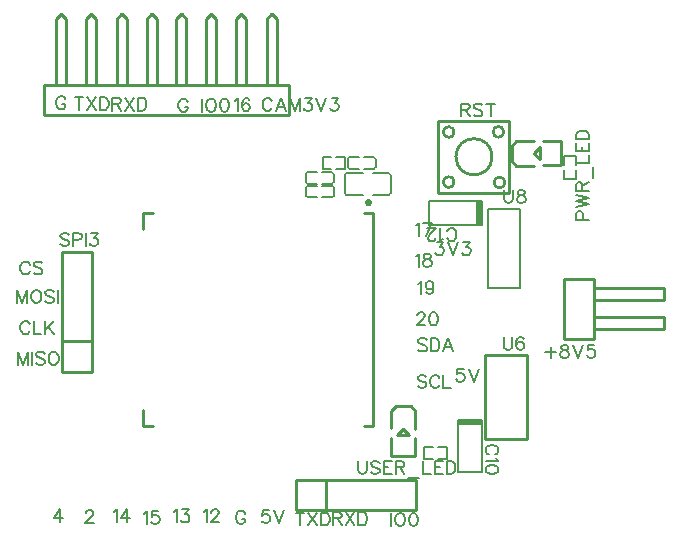
<source format=gto>
G04 Layer: TopSilkscreenLayer*
G04 EasyEDA v6.5.44, 2024-09-01 12:15:54*
G04 62699ee94d054cea995aae1e18215b50,9332716679504667801b7cb99b0421ba,10*
G04 Gerber Generator version 0.2*
G04 Scale: 100 percent, Rotated: No, Reflected: No *
G04 Dimensions in inches *
G04 leading zeros omitted , absolute positions ,3 integer and 6 decimal *
%FSLAX36Y36*%
%MOIN*%

%ADD10C,0.0080*%
%ADD11C,0.0060*%
%ADD12C,0.0060*%
%ADD13C,0.0100*%

%LPD*%
D10*
X2555699Y2818600D02*
G01*
X2555699Y2775599D01*
X2555699Y2818600D02*
G01*
X2574099Y2818600D01*
X2580200Y2816500D01*
X2582200Y2814499D01*
X2584300Y2810399D01*
X2584300Y2806300D01*
X2582200Y2802199D01*
X2580200Y2800100D01*
X2574099Y2798099D01*
X2555699Y2798099D01*
X2570000Y2798099D02*
G01*
X2584300Y2775599D01*
X2626400Y2812399D02*
G01*
X2622299Y2816500D01*
X2616199Y2818600D01*
X2608000Y2818600D01*
X2601899Y2816500D01*
X2597799Y2812399D01*
X2597799Y2808299D01*
X2599799Y2804200D01*
X2601899Y2802199D01*
X2606000Y2800100D01*
X2618199Y2796100D01*
X2622299Y2794000D01*
X2624399Y2791999D01*
X2626400Y2787899D01*
X2626400Y2781700D01*
X2622299Y2777600D01*
X2616199Y2775599D01*
X2608000Y2775599D01*
X2601899Y2777600D01*
X2597799Y2781700D01*
X2654200Y2818600D02*
G01*
X2654200Y2775599D01*
X2639899Y2818600D02*
G01*
X2668599Y2818600D01*
X2939252Y2431801D02*
G01*
X2982253Y2431801D01*
X2939252Y2431801D02*
G01*
X2939252Y2450201D01*
X2941352Y2456300D01*
X2943352Y2458400D01*
X2947452Y2460401D01*
X2953553Y2460401D01*
X2957653Y2458400D01*
X2959753Y2456300D01*
X2961752Y2450201D01*
X2961752Y2431801D01*
X2939252Y2473901D02*
G01*
X2982253Y2484101D01*
X2939252Y2494400D02*
G01*
X2982253Y2484101D01*
X2939252Y2494400D02*
G01*
X2982253Y2504600D01*
X2939252Y2514801D02*
G01*
X2982253Y2504600D01*
X2939252Y2528301D02*
G01*
X2982253Y2528301D01*
X2939252Y2528301D02*
G01*
X2939252Y2546700D01*
X2941352Y2552901D01*
X2943352Y2554901D01*
X2947452Y2557001D01*
X2951553Y2557001D01*
X2955653Y2554901D01*
X2957653Y2552901D01*
X2959753Y2546700D01*
X2959753Y2528301D01*
X2959753Y2542600D02*
G01*
X2982253Y2557001D01*
X2996553Y2570500D02*
G01*
X2996553Y2607301D01*
X2939252Y2620801D02*
G01*
X2982253Y2620801D01*
X2982253Y2620801D02*
G01*
X2982253Y2645300D01*
X2939252Y2658800D02*
G01*
X2982253Y2658800D01*
X2939252Y2658800D02*
G01*
X2939252Y2685401D01*
X2959753Y2658800D02*
G01*
X2959753Y2675201D01*
X2982253Y2658800D02*
G01*
X2982253Y2685401D01*
X2939252Y2698901D02*
G01*
X2982253Y2698901D01*
X2939252Y2698901D02*
G01*
X2939252Y2713200D01*
X2941352Y2719400D01*
X2945452Y2723501D01*
X2949453Y2725500D01*
X2955653Y2727501D01*
X2965852Y2727501D01*
X2971953Y2725500D01*
X2976053Y2723501D01*
X2980153Y2719400D01*
X2982253Y2713200D01*
X2982253Y2698901D01*
X2213366Y1626367D02*
G01*
X2213366Y1595767D01*
X2215366Y1589567D01*
X2219467Y1585466D01*
X2225567Y1583467D01*
X2229666Y1583467D01*
X2235866Y1585466D01*
X2239966Y1589567D01*
X2241967Y1595767D01*
X2241967Y1626367D01*
X2284066Y1620266D02*
G01*
X2279966Y1624367D01*
X2273867Y1626367D01*
X2265667Y1626367D01*
X2259566Y1624367D01*
X2255466Y1620266D01*
X2255466Y1616167D01*
X2257466Y1612067D01*
X2259566Y1610066D01*
X2263666Y1607966D01*
X2275967Y1603867D01*
X2279966Y1601867D01*
X2282066Y1599866D01*
X2284066Y1595767D01*
X2284066Y1589567D01*
X2279966Y1585466D01*
X2273867Y1583467D01*
X2265667Y1583467D01*
X2259566Y1585466D01*
X2255466Y1589567D01*
X2297566Y1626367D02*
G01*
X2297566Y1583467D01*
X2297566Y1626367D02*
G01*
X2324166Y1626367D01*
X2297566Y1605967D02*
G01*
X2313967Y1605967D01*
X2297566Y1583467D02*
G01*
X2324166Y1583467D01*
X2337667Y1626367D02*
G01*
X2337667Y1583467D01*
X2337667Y1626367D02*
G01*
X2356067Y1626367D01*
X2362267Y1624367D01*
X2364267Y1622366D01*
X2366367Y1618267D01*
X2366367Y1614167D01*
X2364267Y1610066D01*
X2362267Y1607966D01*
X2356067Y1605967D01*
X2337667Y1605967D01*
X2351967Y1605967D02*
G01*
X2366367Y1583467D01*
X2379867Y1569167D02*
G01*
X2416666Y1569167D01*
X2430167Y1626367D02*
G01*
X2430167Y1583467D01*
X2430167Y1583467D02*
G01*
X2454666Y1583467D01*
X2468167Y1626367D02*
G01*
X2468167Y1583467D01*
X2468167Y1626367D02*
G01*
X2494767Y1626367D01*
X2468167Y1605967D02*
G01*
X2484566Y1605967D01*
X2468167Y1583467D02*
G01*
X2494767Y1583467D01*
X2508266Y1626367D02*
G01*
X2508266Y1583467D01*
X2508266Y1626367D02*
G01*
X2522566Y1626367D01*
X2528766Y1624367D01*
X2532866Y1620266D01*
X2534867Y1616167D01*
X2536967Y1610066D01*
X2536967Y1599866D01*
X2534867Y1593667D01*
X2532866Y1589567D01*
X2528766Y1585466D01*
X2522566Y1583467D01*
X2508266Y1583467D01*
X1915970Y1463314D02*
G01*
X1895470Y1463314D01*
X1893470Y1444814D01*
X1895470Y1446914D01*
X1901670Y1448913D01*
X1907771Y1448913D01*
X1913971Y1446914D01*
X1917970Y1442813D01*
X1920070Y1436714D01*
X1920070Y1432613D01*
X1917970Y1426413D01*
X1913971Y1422314D01*
X1907771Y1420313D01*
X1901670Y1420313D01*
X1895470Y1422314D01*
X1893470Y1424414D01*
X1891471Y1428514D01*
X1933571Y1463314D02*
G01*
X1949970Y1420313D01*
X1966270Y1463314D02*
G01*
X1949970Y1420313D01*
X1836441Y1450942D02*
G01*
X1834341Y1454942D01*
X1830241Y1459041D01*
X1826141Y1461141D01*
X1817942Y1461141D01*
X1813941Y1459041D01*
X1809841Y1454942D01*
X1807741Y1450942D01*
X1805742Y1444742D01*
X1805742Y1434542D01*
X1807741Y1428442D01*
X1809841Y1424342D01*
X1813941Y1420241D01*
X1817942Y1418141D01*
X1826141Y1418141D01*
X1830241Y1420241D01*
X1834341Y1424342D01*
X1836441Y1428442D01*
X1836441Y1434542D01*
X1826141Y1434542D02*
G01*
X1836441Y1434542D01*
X1697827Y1457258D02*
G01*
X1701927Y1459257D01*
X1708127Y1465457D01*
X1708127Y1422458D01*
X1723627Y1455158D02*
G01*
X1723627Y1457258D01*
X1725627Y1461358D01*
X1727727Y1463357D01*
X1731827Y1465457D01*
X1740028Y1465457D01*
X1744128Y1463357D01*
X1746127Y1461358D01*
X1748127Y1457258D01*
X1748127Y1453157D01*
X1746127Y1449058D01*
X1742028Y1442957D01*
X1721628Y1422458D01*
X1750227Y1422458D01*
X1597899Y1457199D02*
G01*
X1601899Y1459299D01*
X1608100Y1465399D01*
X1608100Y1422500D01*
X1625699Y1465399D02*
G01*
X1648199Y1465399D01*
X1635900Y1449000D01*
X1641999Y1449000D01*
X1646099Y1446999D01*
X1648199Y1445000D01*
X1650200Y1438800D01*
X1650200Y1434699D01*
X1648199Y1428600D01*
X1644099Y1424499D01*
X1637899Y1422500D01*
X1631800Y1422500D01*
X1625699Y1424499D01*
X1623599Y1426500D01*
X1621599Y1430599D01*
X1398599Y1457199D02*
G01*
X1402700Y1459299D01*
X1408800Y1465399D01*
X1408800Y1422500D01*
X1442799Y1465399D02*
G01*
X1422299Y1436799D01*
X1453000Y1436799D01*
X1442799Y1465399D02*
G01*
X1442799Y1422500D01*
X1498599Y1451500D02*
G01*
X1502700Y1453600D01*
X1508800Y1459699D01*
X1508800Y1416700D01*
X1546800Y1459699D02*
G01*
X1526400Y1459699D01*
X1524300Y1441300D01*
X1526400Y1443299D01*
X1532500Y1445399D01*
X1538699Y1445399D01*
X1544799Y1443299D01*
X1548900Y1439200D01*
X1550900Y1433099D01*
X1550900Y1429000D01*
X1548900Y1422899D01*
X1544799Y1418800D01*
X1538699Y1416700D01*
X1532500Y1416700D01*
X1526400Y1418800D01*
X1524300Y1420799D01*
X1522299Y1424899D01*
X1304899Y1452300D02*
G01*
X1304899Y1454400D01*
X1306899Y1458499D01*
X1308999Y1460500D01*
X1313100Y1462600D01*
X1321300Y1462600D01*
X1325399Y1460500D01*
X1327399Y1458499D01*
X1329399Y1454400D01*
X1329399Y1450300D01*
X1327399Y1446199D01*
X1323299Y1440100D01*
X1302899Y1419600D01*
X1331499Y1419600D01*
X1218299Y1466100D02*
G01*
X1197899Y1437500D01*
X1228500Y1437500D01*
X1218299Y1466100D02*
G01*
X1218299Y1423200D01*
X2018800Y1454899D02*
G01*
X2018800Y1411999D01*
X2004499Y1454899D02*
G01*
X2033100Y1454899D01*
X2046599Y1454899D02*
G01*
X2075299Y1411999D01*
X2075299Y1454899D02*
G01*
X2046599Y1411999D01*
X2088800Y1454899D02*
G01*
X2088800Y1411999D01*
X2088800Y1454899D02*
G01*
X2103100Y1454899D01*
X2109200Y1452899D01*
X2113299Y1448800D01*
X2115399Y1444699D01*
X2117399Y1438499D01*
X2117399Y1428299D01*
X2115399Y1422199D01*
X2113299Y1418099D01*
X2109200Y1414000D01*
X2103100Y1411999D01*
X2088800Y1411999D01*
X2129499Y1455900D02*
G01*
X2129499Y1413000D01*
X2129499Y1455900D02*
G01*
X2147899Y1455900D01*
X2153999Y1453899D01*
X2156099Y1451799D01*
X2158100Y1447699D01*
X2158100Y1443600D01*
X2156099Y1439499D01*
X2153999Y1437500D01*
X2147899Y1435500D01*
X2129499Y1435500D01*
X2143800Y1435500D02*
G01*
X2158100Y1413000D01*
X2171599Y1455900D02*
G01*
X2200299Y1413000D01*
X2200299Y1455900D02*
G01*
X2171599Y1413000D01*
X2213800Y1455900D02*
G01*
X2213800Y1413000D01*
X2213800Y1455900D02*
G01*
X2228100Y1455900D01*
X2234200Y1453899D01*
X2238299Y1449800D01*
X2240399Y1445700D01*
X2242399Y1439499D01*
X2242399Y1429299D01*
X2240399Y1423200D01*
X2238299Y1419099D01*
X2234200Y1415000D01*
X2228100Y1413000D01*
X2213800Y1413000D01*
X2323000Y1453400D02*
G01*
X2323000Y1410500D01*
X2348800Y1453400D02*
G01*
X2344700Y1451399D01*
X2340600Y1447300D01*
X2338500Y1443200D01*
X2336499Y1436999D01*
X2336499Y1426799D01*
X2338500Y1420700D01*
X2340600Y1416599D01*
X2344700Y1412500D01*
X2348800Y1410500D01*
X2356999Y1410500D01*
X2361000Y1412500D01*
X2365100Y1416599D01*
X2367200Y1420700D01*
X2369200Y1426799D01*
X2369200Y1436999D01*
X2367200Y1443200D01*
X2365100Y1447300D01*
X2361000Y1451399D01*
X2356999Y1453400D01*
X2348800Y1453400D01*
X2395000Y1453400D02*
G01*
X2388900Y1451399D01*
X2384799Y1445199D01*
X2382700Y1435000D01*
X2382700Y1428899D01*
X2384799Y1418600D01*
X2388900Y1412500D01*
X2395000Y1410500D01*
X2399099Y1410500D01*
X2405200Y1412500D01*
X2409300Y1418600D01*
X2411400Y1428899D01*
X2411400Y1435000D01*
X2409300Y1445199D01*
X2405200Y1451399D01*
X2399099Y1453400D01*
X2395000Y1453400D01*
X1282251Y2838780D02*
G01*
X1282251Y2795880D01*
X1267951Y2838780D02*
G01*
X1296552Y2838780D01*
X1310051Y2838780D02*
G01*
X1338752Y2795880D01*
X1338752Y2838780D02*
G01*
X1310051Y2795880D01*
X1352251Y2838780D02*
G01*
X1352251Y2795880D01*
X1352251Y2838780D02*
G01*
X1366552Y2838780D01*
X1372651Y2836781D01*
X1376751Y2832680D01*
X1378851Y2828580D01*
X1380852Y2822381D01*
X1380852Y2812181D01*
X1378851Y2806080D01*
X1376751Y2801981D01*
X1372651Y2797881D01*
X1366552Y2795880D01*
X1352251Y2795880D01*
X1393446Y2838148D02*
G01*
X1393446Y2795248D01*
X1393446Y2838148D02*
G01*
X1411846Y2838148D01*
X1418046Y2836147D01*
X1420047Y2834047D01*
X1422147Y2829947D01*
X1422147Y2825947D01*
X1420047Y2821848D01*
X1418046Y2819747D01*
X1411846Y2817748D01*
X1393446Y2817748D01*
X1407746Y2817748D02*
G01*
X1422147Y2795248D01*
X1435646Y2838148D02*
G01*
X1464246Y2795248D01*
X1464246Y2838148D02*
G01*
X1435646Y2795248D01*
X1477746Y2838148D02*
G01*
X1477746Y2795248D01*
X1477746Y2838148D02*
G01*
X1492047Y2838148D01*
X1498247Y2836147D01*
X1502246Y2832048D01*
X1504346Y2827948D01*
X1506346Y2821848D01*
X1506346Y2811547D01*
X1504346Y2805448D01*
X1502246Y2801347D01*
X1498247Y2797247D01*
X1492047Y2795248D01*
X1477746Y2795248D01*
X1644615Y2824513D02*
G01*
X1642515Y2828514D01*
X1638514Y2832613D01*
X1634414Y2834713D01*
X1626215Y2834713D01*
X1622115Y2832613D01*
X1618014Y2828514D01*
X1616014Y2824513D01*
X1613914Y2818314D01*
X1613914Y2808114D01*
X1616014Y2802013D01*
X1618014Y2797914D01*
X1622115Y2793814D01*
X1626215Y2791714D01*
X1634414Y2791714D01*
X1638514Y2793814D01*
X1642515Y2797914D01*
X1644615Y2802013D01*
X1644615Y2808114D01*
X1634414Y2808114D02*
G01*
X1644615Y2808114D01*
X1692815Y2834686D02*
G01*
X1692815Y2791786D01*
X1718614Y2834686D02*
G01*
X1714515Y2832685D01*
X1710415Y2828586D01*
X1708415Y2824486D01*
X1706315Y2818285D01*
X1706315Y2808085D01*
X1708415Y2801986D01*
X1710415Y2797885D01*
X1714515Y2793786D01*
X1718614Y2791786D01*
X1726814Y2791786D01*
X1730915Y2793786D01*
X1735015Y2797885D01*
X1737015Y2801986D01*
X1739115Y2808085D01*
X1739115Y2818285D01*
X1737015Y2824486D01*
X1735015Y2828586D01*
X1730915Y2832685D01*
X1726814Y2834686D01*
X1718614Y2834686D01*
X1764814Y2834686D02*
G01*
X1758715Y2832685D01*
X1754615Y2826486D01*
X1752614Y2816286D01*
X1752614Y2810185D01*
X1754615Y2799886D01*
X1758715Y2793786D01*
X1764814Y2791786D01*
X1768914Y2791786D01*
X1775114Y2793786D01*
X1779215Y2799886D01*
X1781215Y2810185D01*
X1781215Y2816286D01*
X1779215Y2826486D01*
X1775114Y2832685D01*
X1768914Y2834686D01*
X1764814Y2834686D01*
X1802156Y2827228D02*
G01*
X1806256Y2829227D01*
X1812357Y2835428D01*
X1812357Y2792428D01*
X1850456Y2829227D02*
G01*
X1848356Y2833328D01*
X1842256Y2835428D01*
X1838157Y2835428D01*
X1831957Y2833328D01*
X1827956Y2827228D01*
X1825856Y2817028D01*
X1825856Y2806727D01*
X1827956Y2798627D01*
X1831957Y2794528D01*
X1838157Y2792428D01*
X1840156Y2792428D01*
X1846356Y2794528D01*
X1850456Y2798627D01*
X1852457Y2804728D01*
X1852457Y2806727D01*
X1850456Y2812928D01*
X1846356Y2817028D01*
X1840156Y2819027D01*
X1838157Y2819027D01*
X1831957Y2817028D01*
X1827956Y2812928D01*
X1825856Y2806727D01*
X1925671Y2826657D02*
G01*
X1923671Y2830657D01*
X1919570Y2834756D01*
X1915470Y2836857D01*
X1907271Y2836857D01*
X1903171Y2834756D01*
X1899071Y2830657D01*
X1897070Y2826657D01*
X1894970Y2820457D01*
X1894970Y2810257D01*
X1897070Y2804157D01*
X1899071Y2800057D01*
X1903171Y2795956D01*
X1907271Y2793856D01*
X1915470Y2793856D01*
X1919570Y2795956D01*
X1923671Y2800057D01*
X1925671Y2804157D01*
X1955571Y2836857D02*
G01*
X1939170Y2793856D01*
X1955571Y2836857D02*
G01*
X1971871Y2793856D01*
X1945271Y2808157D02*
G01*
X1965771Y2808157D01*
X1985370Y2836857D02*
G01*
X1985370Y2793856D01*
X1985370Y2836857D02*
G01*
X2001770Y2793856D01*
X2018171Y2836857D02*
G01*
X2001770Y2793856D01*
X2018171Y2836857D02*
G01*
X2018171Y2793856D01*
X2035771Y2836857D02*
G01*
X2058271Y2836857D01*
X2045970Y2820457D01*
X2052070Y2820457D01*
X2056171Y2818456D01*
X2058271Y2816356D01*
X2060271Y2810257D01*
X2060271Y2806156D01*
X2058271Y2800057D01*
X2054170Y2795956D01*
X2047970Y2793856D01*
X2041871Y2793856D01*
X2035771Y2795956D01*
X2033671Y2797957D01*
X2031670Y2802057D01*
X2073770Y2836857D02*
G01*
X2090171Y2793856D01*
X2106471Y2836857D02*
G01*
X2090171Y2793856D01*
X2124071Y2836857D02*
G01*
X2146571Y2836857D01*
X2134270Y2820457D01*
X2140470Y2820457D01*
X2144570Y2818456D01*
X2146571Y2816356D01*
X2148671Y2810257D01*
X2148671Y2806156D01*
X2146571Y2800057D01*
X2142470Y2795956D01*
X2136370Y2793856D01*
X2130271Y2793856D01*
X2124071Y2795956D01*
X2122070Y2797957D01*
X2119970Y2802057D01*
X1237187Y2832228D02*
G01*
X1235087Y2836228D01*
X1231086Y2840327D01*
X1226986Y2842428D01*
X1218787Y2842428D01*
X1214687Y2840327D01*
X1210586Y2836228D01*
X1208586Y2832228D01*
X1206486Y2826028D01*
X1206486Y2815828D01*
X1208586Y2809728D01*
X1210586Y2805628D01*
X1214687Y2801527D01*
X1218787Y2799427D01*
X1226986Y2799427D01*
X1231086Y2801527D01*
X1235087Y2805628D01*
X1237187Y2809728D01*
X1237187Y2815828D01*
X1226986Y2815828D02*
G01*
X1237187Y2815828D01*
X1248657Y2380743D02*
G01*
X1244557Y2384742D01*
X1238456Y2386842D01*
X1230257Y2386842D01*
X1224057Y2384742D01*
X1219957Y2380743D01*
X1219957Y2376642D01*
X1222057Y2372543D01*
X1224057Y2370443D01*
X1228157Y2368443D01*
X1240456Y2364342D01*
X1244557Y2362242D01*
X1246557Y2360243D01*
X1248657Y2356143D01*
X1248657Y2350043D01*
X1244557Y2345943D01*
X1238456Y2343843D01*
X1230257Y2343843D01*
X1224057Y2345943D01*
X1219957Y2350043D01*
X1262156Y2386842D02*
G01*
X1262156Y2343843D01*
X1262156Y2386842D02*
G01*
X1280556Y2386842D01*
X1286656Y2384742D01*
X1288756Y2382743D01*
X1290757Y2378643D01*
X1290757Y2372543D01*
X1288756Y2368443D01*
X1286656Y2366343D01*
X1280556Y2364342D01*
X1262156Y2364342D01*
X1304256Y2386842D02*
G01*
X1304256Y2343843D01*
X1321857Y2386842D02*
G01*
X1344357Y2386842D01*
X1332057Y2370443D01*
X1338257Y2370443D01*
X1342357Y2368443D01*
X1344357Y2366343D01*
X1346457Y2360243D01*
X1346457Y2356143D01*
X1344357Y2350043D01*
X1340257Y2345943D01*
X1334156Y2343843D01*
X1327956Y2343843D01*
X1321857Y2345943D01*
X1319857Y2347943D01*
X1317757Y2352042D01*
X1117799Y2281599D02*
G01*
X1115799Y2285700D01*
X1111700Y2289800D01*
X1107600Y2291799D01*
X1099399Y2291799D01*
X1095299Y2289800D01*
X1091199Y2285700D01*
X1089200Y2281599D01*
X1087100Y2275500D01*
X1087100Y2265200D01*
X1089200Y2259099D01*
X1091199Y2255000D01*
X1095299Y2250900D01*
X1099399Y2248899D01*
X1107600Y2248899D01*
X1111700Y2250900D01*
X1115799Y2255000D01*
X1117799Y2259099D01*
X1160000Y2285700D02*
G01*
X1155900Y2289800D01*
X1149700Y2291799D01*
X1141599Y2291799D01*
X1135399Y2289800D01*
X1131300Y2285700D01*
X1131300Y2281599D01*
X1133400Y2277500D01*
X1135399Y2275500D01*
X1139499Y2273400D01*
X1151800Y2269299D01*
X1155900Y2267300D01*
X1157899Y2265200D01*
X1160000Y2261199D01*
X1160000Y2255000D01*
X1155900Y2250900D01*
X1149700Y2248899D01*
X1141599Y2248899D01*
X1135399Y2250900D01*
X1131300Y2255000D01*
X1077200Y2196500D02*
G01*
X1077200Y2153499D01*
X1077200Y2196500D02*
G01*
X1093599Y2153499D01*
X1109899Y2196500D02*
G01*
X1093599Y2153499D01*
X1109899Y2196500D02*
G01*
X1109899Y2153499D01*
X1135699Y2196500D02*
G01*
X1131599Y2194400D01*
X1127500Y2190300D01*
X1125500Y2186300D01*
X1123400Y2180100D01*
X1123400Y2169899D01*
X1125500Y2163800D01*
X1127500Y2159699D01*
X1131599Y2155599D01*
X1135699Y2153499D01*
X1143900Y2153499D01*
X1148000Y2155599D01*
X1152100Y2159699D01*
X1154099Y2163800D01*
X1156199Y2169899D01*
X1156199Y2180100D01*
X1154099Y2186300D01*
X1152100Y2190300D01*
X1148000Y2194400D01*
X1143900Y2196500D01*
X1135699Y2196500D01*
X1198299Y2190300D02*
G01*
X1194200Y2194400D01*
X1188100Y2196500D01*
X1179899Y2196500D01*
X1173800Y2194400D01*
X1169700Y2190300D01*
X1169700Y2186300D01*
X1171700Y2182199D01*
X1173800Y2180100D01*
X1177899Y2178099D01*
X1190100Y2174000D01*
X1194200Y2171900D01*
X1196300Y2169899D01*
X1198299Y2165799D01*
X1198299Y2159699D01*
X1194200Y2155599D01*
X1188100Y2153499D01*
X1179899Y2153499D01*
X1173800Y2155599D01*
X1169700Y2159699D01*
X1211800Y2196500D02*
G01*
X1211800Y2153499D01*
X1117799Y2082300D02*
G01*
X1115799Y2086399D01*
X1111700Y2090500D01*
X1107600Y2092600D01*
X1099399Y2092600D01*
X1095299Y2090500D01*
X1091199Y2086399D01*
X1089200Y2082300D01*
X1087100Y2076199D01*
X1087100Y2065999D01*
X1089200Y2059800D01*
X1091199Y2055700D01*
X1095299Y2051599D01*
X1099399Y2049600D01*
X1107600Y2049600D01*
X1111700Y2051599D01*
X1115799Y2055700D01*
X1117799Y2059800D01*
X1131300Y2092600D02*
G01*
X1131300Y2049600D01*
X1131300Y2049600D02*
G01*
X1155900Y2049600D01*
X1169399Y2092600D02*
G01*
X1169399Y2049600D01*
X1198000Y2092600D02*
G01*
X1169399Y2063899D01*
X1179600Y2074099D02*
G01*
X1198000Y2049600D01*
X1079700Y1990700D02*
G01*
X1079700Y1947800D01*
X1079700Y1990700D02*
G01*
X1096000Y1947800D01*
X1112399Y1990700D02*
G01*
X1096000Y1947800D01*
X1112399Y1990700D02*
G01*
X1112399Y1947800D01*
X1125900Y1990700D02*
G01*
X1125900Y1947800D01*
X1168000Y1984600D02*
G01*
X1163900Y1988699D01*
X1157799Y1990700D01*
X1149600Y1990700D01*
X1143500Y1988699D01*
X1139399Y1984600D01*
X1139399Y1980500D01*
X1141400Y1976399D01*
X1143500Y1974400D01*
X1147600Y1972300D01*
X1159799Y1968200D01*
X1163900Y1966199D01*
X1166000Y1964200D01*
X1168000Y1960100D01*
X1168000Y1953899D01*
X1163900Y1949800D01*
X1157799Y1947800D01*
X1149600Y1947800D01*
X1143500Y1949800D01*
X1139399Y1953899D01*
X1193800Y1990700D02*
G01*
X1189700Y1988699D01*
X1185600Y1984600D01*
X1183599Y1980500D01*
X1181499Y1974400D01*
X1181499Y1964200D01*
X1183599Y1958000D01*
X1185600Y1953899D01*
X1189700Y1949800D01*
X1193800Y1947800D01*
X1201999Y1947800D01*
X1206099Y1949800D01*
X1210200Y1953899D01*
X1212200Y1958000D01*
X1214300Y1964200D01*
X1214300Y1974400D01*
X1212200Y1980500D01*
X1210200Y1984600D01*
X1206099Y1988699D01*
X1201999Y1990700D01*
X1193800Y1990700D01*
X2406000Y2412199D02*
G01*
X2410100Y2414299D01*
X2416199Y2420399D01*
X2416199Y2377500D01*
X2458400Y2420399D02*
G01*
X2437899Y2377500D01*
X2429700Y2420399D02*
G01*
X2458400Y2420399D01*
X2405000Y2309200D02*
G01*
X2409099Y2311300D01*
X2415200Y2317399D01*
X2415200Y2274499D01*
X2438999Y2317399D02*
G01*
X2432799Y2315399D01*
X2430799Y2311300D01*
X2430799Y2307199D01*
X2432799Y2303099D01*
X2436899Y2300999D01*
X2445100Y2299000D01*
X2451199Y2296999D01*
X2455299Y2292899D01*
X2457399Y2288800D01*
X2457399Y2282600D01*
X2455299Y2278499D01*
X2453299Y2276500D01*
X2447100Y2274499D01*
X2438999Y2274499D01*
X2432799Y2276500D01*
X2430799Y2278499D01*
X2428699Y2282600D01*
X2428699Y2288800D01*
X2430799Y2292899D01*
X2434899Y2296999D01*
X2441000Y2299000D01*
X2449200Y2300999D01*
X2453299Y2303099D01*
X2455299Y2307199D01*
X2455299Y2311300D01*
X2453299Y2315399D01*
X2447100Y2317399D01*
X2438999Y2317399D01*
X2413699Y2218200D02*
G01*
X2417799Y2220300D01*
X2423900Y2226399D01*
X2423900Y2183499D01*
X2463999Y2212100D02*
G01*
X2461899Y2205999D01*
X2457799Y2201900D01*
X2451700Y2199800D01*
X2449700Y2199800D01*
X2443500Y2201900D01*
X2439399Y2205999D01*
X2437399Y2212100D01*
X2437399Y2214099D01*
X2439399Y2220300D01*
X2443500Y2224400D01*
X2449700Y2226399D01*
X2451700Y2226399D01*
X2457799Y2224400D01*
X2461899Y2220300D01*
X2463999Y2212100D01*
X2463999Y2201900D01*
X2461899Y2191599D01*
X2457799Y2185500D01*
X2451700Y2183499D01*
X2447600Y2183499D01*
X2441499Y2185500D01*
X2439399Y2189600D01*
X2410500Y2112199D02*
G01*
X2410500Y2114200D01*
X2412600Y2118299D01*
X2414600Y2120399D01*
X2418699Y2122399D01*
X2426899Y2122399D01*
X2431000Y2120399D01*
X2433000Y2118299D01*
X2435100Y2114200D01*
X2435100Y2110100D01*
X2433000Y2105999D01*
X2428999Y2099899D01*
X2408500Y2079499D01*
X2437100Y2079499D01*
X2462899Y2122399D02*
G01*
X2456800Y2120399D01*
X2452700Y2114200D01*
X2450600Y2104000D01*
X2450600Y2097899D01*
X2452700Y2087600D01*
X2456800Y2081500D01*
X2462899Y2079499D01*
X2466999Y2079499D01*
X2473100Y2081500D01*
X2477200Y2087600D01*
X2479300Y2097899D01*
X2479300Y2104000D01*
X2477200Y2114200D01*
X2473100Y2120399D01*
X2466999Y2122399D01*
X2462899Y2122399D01*
X2441599Y2029299D02*
G01*
X2437500Y2033400D01*
X2431400Y2035399D01*
X2423199Y2035399D01*
X2417100Y2033400D01*
X2413000Y2029299D01*
X2413000Y2025199D01*
X2415000Y2021100D01*
X2417100Y2019000D01*
X2421199Y2016999D01*
X2433500Y2012899D01*
X2437500Y2010900D01*
X2439600Y2008800D01*
X2441599Y2004699D01*
X2441599Y1998600D01*
X2437500Y1994499D01*
X2431400Y1992500D01*
X2423199Y1992500D01*
X2417100Y1994499D01*
X2413000Y1998600D01*
X2455100Y2035399D02*
G01*
X2455100Y1992500D01*
X2455100Y2035399D02*
G01*
X2469499Y2035399D01*
X2475600Y2033400D01*
X2479700Y2029299D01*
X2481700Y2025199D01*
X2483800Y2019000D01*
X2483800Y2008800D01*
X2481700Y2002699D01*
X2479700Y1998600D01*
X2475600Y1994499D01*
X2469499Y1992500D01*
X2455100Y1992500D01*
X2513599Y2035399D02*
G01*
X2497299Y1992500D01*
X2513599Y2035399D02*
G01*
X2530000Y1992500D01*
X2503400Y2006799D02*
G01*
X2523900Y2006799D01*
X2439600Y1907300D02*
G01*
X2435500Y1911399D01*
X2429399Y1913400D01*
X2421199Y1913400D01*
X2415100Y1911399D01*
X2411000Y1907300D01*
X2411000Y1903200D01*
X2413000Y1899099D01*
X2415100Y1896999D01*
X2419200Y1895000D01*
X2431499Y1890900D01*
X2435500Y1888899D01*
X2437600Y1886799D01*
X2439600Y1882699D01*
X2439600Y1876599D01*
X2435500Y1872500D01*
X2429399Y1870500D01*
X2421199Y1870500D01*
X2415100Y1872500D01*
X2411000Y1876599D01*
X2483800Y1903200D02*
G01*
X2481800Y1907300D01*
X2477700Y1911399D01*
X2473599Y1913400D01*
X2465399Y1913400D01*
X2461300Y1911399D01*
X2457200Y1907300D01*
X2455200Y1903200D01*
X2453100Y1896999D01*
X2453100Y1886799D01*
X2455200Y1880700D01*
X2457200Y1876599D01*
X2461300Y1872500D01*
X2465399Y1870500D01*
X2473599Y1870500D01*
X2477700Y1872500D01*
X2481800Y1876599D01*
X2483800Y1880700D01*
X2497299Y1913400D02*
G01*
X2497299Y1870500D01*
X2497299Y1870500D02*
G01*
X2521899Y1870500D01*
X2474799Y2356100D02*
G01*
X2497299Y2356100D01*
X2485000Y2339800D01*
X2491199Y2339800D01*
X2495299Y2337700D01*
X2497299Y2335700D01*
X2499399Y2329499D01*
X2499399Y2325399D01*
X2497299Y2319299D01*
X2493199Y2315200D01*
X2487100Y2313200D01*
X2480900Y2313200D01*
X2474799Y2315200D01*
X2472799Y2317300D01*
X2470699Y2321399D01*
X2512899Y2356100D02*
G01*
X2529200Y2313200D01*
X2545600Y2356100D02*
G01*
X2529200Y2313200D01*
X2563199Y2356100D02*
G01*
X2585699Y2356100D01*
X2573400Y2339800D01*
X2579499Y2339800D01*
X2583599Y2337700D01*
X2585699Y2335700D01*
X2587700Y2329499D01*
X2587700Y2325399D01*
X2585699Y2319299D01*
X2581599Y2315200D01*
X2575399Y2313200D01*
X2569300Y2313200D01*
X2563199Y2315200D01*
X2561099Y2317300D01*
X2559099Y2321399D01*
X2564200Y1934400D02*
G01*
X2543800Y1934400D01*
X2541700Y1915999D01*
X2543800Y1918000D01*
X2549899Y1920100D01*
X2556000Y1920100D01*
X2562200Y1918000D01*
X2566300Y1914000D01*
X2568299Y1907800D01*
X2568299Y1903699D01*
X2566300Y1897600D01*
X2562200Y1893499D01*
X2556000Y1891500D01*
X2549899Y1891500D01*
X2543800Y1893499D01*
X2541700Y1895500D01*
X2539700Y1899600D01*
X2581800Y1934400D02*
G01*
X2598199Y1891500D01*
X2614499Y1934400D02*
G01*
X2598199Y1891500D01*
X2855100Y2007600D02*
G01*
X2855100Y1970799D01*
X2836700Y1989200D02*
G01*
X2873500Y1989200D01*
X2897200Y2013699D02*
G01*
X2891099Y2011700D01*
X2888999Y2007600D01*
X2888999Y2003499D01*
X2891099Y1999400D01*
X2895200Y1997399D01*
X2903299Y1995300D01*
X2909499Y1993299D01*
X2913599Y1989200D01*
X2915600Y1985100D01*
X2915600Y1979000D01*
X2913599Y1974899D01*
X2911499Y1972800D01*
X2905399Y1970799D01*
X2897200Y1970799D01*
X2891099Y1972800D01*
X2888999Y1974899D01*
X2886999Y1979000D01*
X2886999Y1985100D01*
X2888999Y1989200D01*
X2893100Y1993299D01*
X2899300Y1995300D01*
X2907399Y1997399D01*
X2911499Y1999400D01*
X2913599Y2003499D01*
X2913599Y2007600D01*
X2911499Y2011700D01*
X2905399Y2013699D01*
X2897200Y2013699D01*
X2929099Y2013699D02*
G01*
X2945500Y1970799D01*
X2961800Y2013699D02*
G01*
X2945500Y1970799D01*
X2999899Y2013699D02*
G01*
X2979399Y2013699D01*
X2977399Y1995300D01*
X2979399Y1997399D01*
X2985600Y1999400D01*
X2991700Y1999400D01*
X2997799Y1997399D01*
X3001899Y1993299D01*
X3003999Y1987199D01*
X3003999Y1983099D01*
X3001899Y1976900D01*
X2997799Y1972800D01*
X2991700Y1970799D01*
X2985600Y1970799D01*
X2979399Y1972800D01*
X2977399Y1974899D01*
X2975299Y1979000D01*
D11*
X2670200Y1649299D02*
G01*
X2674300Y1651399D01*
X2678400Y1655500D01*
X2680399Y1659499D01*
X2680399Y1667699D01*
X2678400Y1671799D01*
X2674300Y1675900D01*
X2670200Y1678000D01*
X2663999Y1680000D01*
X2653800Y1680000D01*
X2647700Y1678000D01*
X2643599Y1675900D01*
X2639499Y1671799D01*
X2637500Y1667699D01*
X2637500Y1659499D01*
X2639499Y1655500D01*
X2643599Y1651399D01*
X2647700Y1649299D01*
X2672200Y1635799D02*
G01*
X2674300Y1631700D01*
X2680399Y1625599D01*
X2637500Y1625599D01*
X2680399Y1599800D02*
G01*
X2678400Y1605999D01*
X2672200Y1610000D01*
X2661999Y1612100D01*
X2655900Y1612100D01*
X2645600Y1610000D01*
X2639499Y1605999D01*
X2637500Y1599800D01*
X2637500Y1595700D01*
X2639499Y1589600D01*
X2645600Y1585500D01*
X2655900Y1583499D01*
X2661999Y1583499D01*
X2672200Y1585500D01*
X2678400Y1589600D01*
X2680399Y1595700D01*
X2680399Y1599800D01*
X2509300Y2369800D02*
G01*
X2511400Y2365700D01*
X2515500Y2361599D01*
X2519499Y2359600D01*
X2527700Y2359600D01*
X2531800Y2361599D01*
X2535900Y2365700D01*
X2538000Y2369800D01*
X2540000Y2375999D01*
X2540000Y2386199D01*
X2538000Y2392300D01*
X2535900Y2396399D01*
X2531800Y2400500D01*
X2527700Y2402500D01*
X2519499Y2402500D01*
X2515500Y2400500D01*
X2511400Y2396399D01*
X2509300Y2392300D01*
X2495799Y2367800D02*
G01*
X2491700Y2365700D01*
X2485600Y2359600D01*
X2485600Y2402500D01*
X2470000Y2369800D02*
G01*
X2470000Y2367800D01*
X2468000Y2363699D01*
X2466000Y2361599D01*
X2461899Y2359600D01*
X2453699Y2359600D01*
X2449600Y2361599D01*
X2447500Y2363699D01*
X2445500Y2367800D01*
X2445500Y2371900D01*
X2447500Y2375999D01*
X2451599Y2382100D01*
X2472100Y2402500D01*
X2443500Y2402500D01*
X2698000Y2040399D02*
G01*
X2698000Y2009699D01*
X2700000Y2003600D01*
X2704099Y1999499D01*
X2710299Y1997500D01*
X2714399Y1997500D01*
X2720500Y1999499D01*
X2724600Y2003600D01*
X2726599Y2009699D01*
X2726599Y2040399D01*
X2764700Y2034299D02*
G01*
X2762600Y2038400D01*
X2756499Y2040399D01*
X2752399Y2040399D01*
X2746300Y2038400D01*
X2742200Y2032199D01*
X2740100Y2021999D01*
X2740100Y2011799D01*
X2742200Y2003600D01*
X2746300Y1999499D01*
X2752399Y1997500D01*
X2754499Y1997500D01*
X2760600Y1999499D01*
X2764700Y2003600D01*
X2766700Y2009699D01*
X2766700Y2011799D01*
X2764700Y2017899D01*
X2760600Y2021999D01*
X2754499Y2024000D01*
X2752399Y2024000D01*
X2746300Y2021999D01*
X2742200Y2017899D01*
X2740100Y2011799D01*
X2700000Y2530399D02*
G01*
X2700000Y2499699D01*
X2701999Y2493600D01*
X2706099Y2489499D01*
X2712299Y2487500D01*
X2716400Y2487500D01*
X2722500Y2489499D01*
X2726599Y2493600D01*
X2728599Y2499699D01*
X2728599Y2530399D01*
X2752399Y2530399D02*
G01*
X2746199Y2528400D01*
X2744200Y2524299D01*
X2744200Y2520200D01*
X2746199Y2516100D01*
X2750299Y2514000D01*
X2758500Y2511999D01*
X2764600Y2510000D01*
X2768699Y2505900D01*
X2770799Y2501799D01*
X2770799Y2495599D01*
X2768699Y2491500D01*
X2766700Y2489499D01*
X2760500Y2487500D01*
X2752399Y2487500D01*
X2746199Y2489499D01*
X2744200Y2491500D01*
X2742100Y2495599D01*
X2742100Y2501799D01*
X2744200Y2505900D01*
X2748299Y2510000D01*
X2754399Y2511999D01*
X2762600Y2514000D01*
X2766700Y2516100D01*
X2768699Y2520200D01*
X2768699Y2524299D01*
X2766700Y2528400D01*
X2760500Y2530399D01*
X2752399Y2530399D01*
G36*
X2545000Y1765000D02*
G01*
X2545000Y1750000D01*
X2625000Y1750000D01*
X2625000Y1765000D01*
G37*
G36*
X2610000Y2495000D02*
G01*
X2610000Y2415000D01*
X2625000Y2415000D01*
X2625000Y2495000D01*
G37*
D12*
X2625000Y1750000D02*
G01*
X2625000Y1765000D01*
X2545000Y1765000D01*
X2545000Y1750000D01*
X2625000Y1590000D02*
G01*
X2625000Y1750000D01*
X2545000Y1750000D01*
X2545000Y1590000D01*
X2625000Y1590000D01*
X2610000Y2415000D02*
G01*
X2625000Y2415000D01*
X2625000Y2495000D01*
X2610000Y2495000D01*
X2450000Y2415000D02*
G01*
X2610000Y2415000D01*
X2610000Y2495000D01*
X2450000Y2495000D01*
X2450000Y2415000D01*
D13*
X2634133Y1700237D02*
G01*
X2775865Y1700237D01*
X2634133Y1979762D02*
G01*
X2775865Y1979762D01*
X2775865Y1700237D02*
G01*
X2775865Y1979762D01*
X2634133Y1700237D02*
G01*
X2634134Y1979762D01*
D11*
X2646008Y2204047D02*
G01*
X2646008Y2465952D01*
X2753991Y2465952D01*
X2753991Y2204047D01*
X2646008Y2204047D01*
X2173693Y2514425D02*
G01*
X2229205Y2514425D01*
X2229205Y2585574D02*
G01*
X2173693Y2585574D01*
X2167692Y2579575D02*
G01*
X2167692Y2520425D01*
X2316306Y2514425D02*
G01*
X2260794Y2514425D01*
X2260794Y2585574D02*
G01*
X2316306Y2585574D01*
X2322307Y2579575D02*
G01*
X2322307Y2520425D01*
X2184988Y2600369D02*
G01*
X2216094Y2600369D01*
X2216094Y2639630D02*
G01*
X2184988Y2639630D01*
X2178987Y2633629D02*
G01*
X2178987Y2606370D01*
X2265011Y2600369D02*
G01*
X2233905Y2600369D01*
X2233905Y2639630D02*
G01*
X2265011Y2639630D01*
X2271012Y2633629D02*
G01*
X2271012Y2606370D01*
X2125011Y2589630D02*
G01*
X2093905Y2589630D01*
X2093905Y2550369D02*
G01*
X2125011Y2550369D01*
X2131012Y2556370D02*
G01*
X2131012Y2583629D01*
X2044988Y2589630D02*
G01*
X2076094Y2589630D01*
X2076094Y2550369D02*
G01*
X2044988Y2550369D01*
X2038987Y2556370D02*
G01*
X2038987Y2583629D01*
D13*
X1225000Y2025925D02*
G01*
X1225000Y2325000D01*
X1325000Y2325000D01*
X1325000Y1925000D01*
X1225000Y1925000D01*
X1225000Y2025925D01*
X1225000Y2025925D02*
G01*
X1325000Y2025925D01*
X2105925Y1565000D02*
G01*
X2405000Y1565000D01*
X2405000Y1465000D01*
X2005000Y1465000D01*
X2005000Y1565000D01*
X2105925Y1565000D01*
X2105925Y1565000D02*
G01*
X2105925Y1465000D01*
X1167124Y2780236D02*
G01*
X1167124Y2880236D01*
X1982872Y2780236D02*
G01*
X1167124Y2780236D01*
X1640352Y2880237D02*
G01*
X1640352Y3100565D01*
X1624458Y3116455D01*
X1606459Y2880237D02*
G01*
X1606459Y3101455D01*
X1621459Y3116455D01*
X1739638Y2880236D02*
G01*
X1739638Y3100563D01*
X1705744Y2880236D02*
G01*
X1705744Y3101455D01*
X1739638Y2880236D02*
G01*
X1739638Y3100563D01*
X1723743Y3116455D01*
X1705744Y2880236D02*
G01*
X1705744Y3101455D01*
X1720744Y3116455D01*
X1839601Y2880236D02*
G01*
X1839601Y3100563D01*
X1823707Y3116455D01*
X1805707Y2880236D02*
G01*
X1805707Y3101455D01*
X1820707Y3116455D01*
X1941963Y2880236D02*
G01*
X1941963Y3100563D01*
X1908069Y2880236D02*
G01*
X1908069Y3101455D01*
X1941963Y2880236D02*
G01*
X1941963Y3100563D01*
X1926071Y3116455D01*
X1908069Y2880236D02*
G01*
X1908069Y3101455D01*
X1923069Y3116455D01*
X1982872Y2880236D02*
G01*
X1167124Y2880236D01*
X1239638Y2880236D02*
G01*
X1239638Y3100563D01*
X1205744Y2880236D02*
G01*
X1205744Y3101455D01*
X1239638Y2880236D02*
G01*
X1239638Y3100563D01*
X1223743Y3116455D01*
X1205744Y2880236D02*
G01*
X1205744Y3101455D01*
X1220744Y3116455D01*
X1339601Y2880236D02*
G01*
X1339601Y3100563D01*
X1323707Y3116455D01*
X1305707Y2880236D02*
G01*
X1305707Y3101455D01*
X1320707Y3116455D01*
X1441963Y2880236D02*
G01*
X1441963Y3100563D01*
X1408069Y2880236D02*
G01*
X1408069Y3101455D01*
X1441963Y2880236D02*
G01*
X1441963Y3100563D01*
X1426071Y3116455D01*
X1408069Y2880236D02*
G01*
X1408069Y3101455D01*
X1423069Y3116455D01*
X1541927Y2880236D02*
G01*
X1541927Y3100563D01*
X1526033Y3116455D01*
X1508033Y2880236D02*
G01*
X1508033Y3101455D01*
X1523033Y3116455D01*
X1982872Y2880236D02*
G01*
X1982872Y2780236D01*
X2382255Y1714699D02*
G01*
X2366508Y1730446D01*
X2362570Y1734384D01*
X2358624Y1730446D01*
X2342875Y1714699D01*
X2382255Y1714699D02*
G01*
X2342875Y1714699D01*
X2322520Y1705122D02*
G01*
X2322520Y1644122D01*
X2402520Y1644122D01*
X2402520Y1705122D01*
X2321521Y1736122D02*
G01*
X2321521Y1794122D01*
X2337520Y1810122D01*
X2387520Y1810122D01*
X2402520Y1795122D01*
X2402520Y1735122D01*
X2819715Y2672053D02*
G01*
X2803968Y2656305D01*
X2800030Y2652368D01*
X2803968Y2648420D01*
X2819715Y2632673D01*
X2819715Y2672053D02*
G01*
X2819715Y2632673D01*
X2829291Y2612318D02*
G01*
X2890291Y2612318D01*
X2890291Y2692318D01*
X2829291Y2692318D01*
X2798292Y2611318D02*
G01*
X2740291Y2611318D01*
X2724291Y2627318D01*
X2724291Y2677318D01*
X2739291Y2692318D01*
X2799291Y2692318D01*
D11*
X2462097Y1633440D02*
G01*
X2433828Y1633440D01*
X2433828Y1672701D01*
X2462097Y1672701D01*
X2479908Y1633440D02*
G01*
X2508177Y1633440D01*
X2508177Y1672701D01*
X2479908Y1672701D01*
X2900370Y2613906D02*
G01*
X2900370Y2642175D01*
X2939629Y2642175D01*
X2939629Y2613906D01*
X2900370Y2596093D02*
G01*
X2900370Y2567824D01*
X2939629Y2567824D01*
X2939629Y2596093D01*
X2122560Y2601799D02*
G01*
X2094291Y2601799D01*
X2094291Y2641059D01*
X2122560Y2641059D01*
X2140372Y2601799D02*
G01*
X2168642Y2601799D01*
X2168642Y2641059D01*
X2140372Y2641059D01*
D13*
X2478900Y2520900D02*
G01*
X2478900Y2761100D01*
X2716199Y2761100D01*
X2716199Y2520900D01*
X2478900Y2520900D01*
X2232012Y1745000D02*
G01*
X2262674Y1745000D01*
X2262674Y2454331D02*
G01*
X2232012Y2454331D01*
X2262691Y2454331D02*
G01*
X2262674Y1745000D01*
X1494997Y1798182D02*
G01*
X1494997Y1745000D01*
X1528378Y1745000D01*
X1528378Y2454331D02*
G01*
X1494997Y2454331D01*
X1494997Y2401817D01*
X2899054Y2235000D02*
G01*
X2997479Y2235000D01*
X2997479Y2035000D02*
G01*
X2997479Y2235000D01*
X2899054Y2035000D02*
G01*
X2899054Y2235000D01*
X3233701Y2164899D02*
G01*
X3233701Y2204899D01*
X2997479Y2204899D02*
G01*
X3233701Y2204899D01*
X2997479Y2164899D02*
G01*
X3233701Y2164899D01*
X3233701Y2067096D02*
G01*
X3233701Y2107096D01*
X2997479Y2107096D02*
G01*
X3233701Y2107096D01*
X2997479Y2067096D02*
G01*
X3233701Y2067096D01*
X2899054Y2035000D02*
G01*
X2997479Y2035000D01*
D11*
X2125011Y2544630D02*
G01*
X2093905Y2544630D01*
X2093905Y2505369D02*
G01*
X2125011Y2505369D01*
X2131012Y2511370D02*
G01*
X2131012Y2538629D01*
X2044988Y2544630D02*
G01*
X2076094Y2544630D01*
X2076094Y2505369D02*
G01*
X2044988Y2505369D01*
X2038987Y2511370D02*
G01*
X2038987Y2538629D01*
G75*
G01*
X2173693Y2585575D02*
G03*
X2167693Y2579575I0J-6000D01*
G75*
G01*
X2167693Y2520425D02*
G03*
X2173693Y2514425I6000J0D01*
G75*
G01*
X2316307Y2585575D02*
G02*
X2322307Y2579575I0J-6000D01*
G75*
G01*
X2322307Y2520425D02*
G02*
X2316307Y2514425I-6000J0D01*
G75*
G01*
X2184988Y2639630D02*
G03*
X2178988Y2633630I0J-6000D01*
G75*
G01*
X2178988Y2606370D02*
G03*
X2184988Y2600370I6000J0D01*
G75*
G01*
X2265012Y2639630D02*
G02*
X2271012Y2633630I0J-6000D01*
G75*
G01*
X2271012Y2606370D02*
G02*
X2265012Y2600370I-6000J0D01*
G75*
G01*
X2125012Y2550370D02*
G03*
X2131012Y2556370I0J6000D01*
G75*
G01*
X2131012Y2583630D02*
G03*
X2125012Y2589630I-6000J0D01*
G75*
G01*
X2044988Y2550370D02*
G02*
X2038988Y2556370I0J6000D01*
G75*
G01*
X2038988Y2583630D02*
G02*
X2044988Y2589630I6000J0D01*
G75*
G01*
X2125012Y2505370D02*
G03*
X2131012Y2511370I0J6000D01*
G75*
G01*
X2131012Y2538630D02*
G03*
X2125012Y2544630I-6000J0D01*
G75*
G01*
X2044988Y2505370D02*
G02*
X2038988Y2511370I0J6000D01*
G75*
G01*
X2038988Y2538630D02*
G02*
X2044988Y2544630I6000J0D01*
D13*
G75*
G01
X2659210Y2641000D02*
G03X2659210Y2641000I-60210J0D01*
G75*
G01
X2698450Y2723870D02*
G03X2698450Y2723870I-18030J0D01*
G75*
G01
X2702030Y2555290D02*
G03X2702030Y2555290I-18030J0D01*
G75*
G01
X2532740Y2556710D02*
G03X2532740Y2556710I-18030J0D01*
G75*
G01
X2532940Y2723600D02*
G03X2532940Y2723600I-18030J0D01*
G75*
G01
X2254130Y2488000D02*
G03X2254130Y2488000I-7220J0D01*
M02*

</source>
